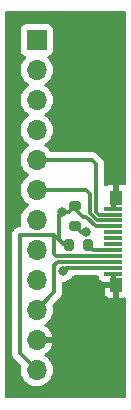
<source format=gbr>
%TF.GenerationSoftware,KiCad,Pcbnew,6.99.0-0efc1149af*%
%TF.CreationDate,2023-04-03T21:00:14+02:00*%
%TF.ProjectId,usbarmory-breakout,75736261-726d-46f7-9279-2d627265616b,rev?*%
%TF.SameCoordinates,Original*%
%TF.FileFunction,Copper,L1,Top*%
%TF.FilePolarity,Positive*%
%FSLAX46Y46*%
G04 Gerber Fmt 4.6, Leading zero omitted, Abs format (unit mm)*
G04 Created by KiCad (PCBNEW 6.99.0-0efc1149af) date 2023-04-03 21:00:14*
%MOMM*%
%LPD*%
G01*
G04 APERTURE LIST*
G04 Aperture macros list*
%AMRoundRect*
0 Rectangle with rounded corners*
0 $1 Rounding radius*
0 $2 $3 $4 $5 $6 $7 $8 $9 X,Y pos of 4 corners*
0 Add a 4 corners polygon primitive as box body*
4,1,4,$2,$3,$4,$5,$6,$7,$8,$9,$2,$3,0*
0 Add four circle primitives for the rounded corners*
1,1,$1+$1,$2,$3*
1,1,$1+$1,$4,$5*
1,1,$1+$1,$6,$7*
1,1,$1+$1,$8,$9*
0 Add four rect primitives between the rounded corners*
20,1,$1+$1,$2,$3,$4,$5,0*
20,1,$1+$1,$4,$5,$6,$7,0*
20,1,$1+$1,$6,$7,$8,$9,0*
20,1,$1+$1,$8,$9,$2,$3,0*%
G04 Aperture macros list end*
%TA.AperFunction,ComponentPad*%
%ADD10R,1.700000X1.700000*%
%TD*%
%TA.AperFunction,ComponentPad*%
%ADD11O,1.700000X1.700000*%
%TD*%
%TA.AperFunction,SMDPad,CuDef*%
%ADD12RoundRect,0.200000X-0.275000X0.200000X-0.275000X-0.200000X0.275000X-0.200000X0.275000X0.200000X0*%
%TD*%
%TA.AperFunction,SMDPad,CuDef*%
%ADD13RoundRect,0.200000X0.200000X0.275000X-0.200000X0.275000X-0.200000X-0.275000X0.200000X-0.275000X0*%
%TD*%
%TA.AperFunction,SMDPad,CuDef*%
%ADD14R,1.500000X0.350000*%
%TD*%
%TA.AperFunction,SMDPad,CuDef*%
%ADD15R,1.000000X1.180000*%
%TD*%
%TA.AperFunction,ViaPad*%
%ADD16C,0.800000*%
%TD*%
%TA.AperFunction,Conductor*%
%ADD17C,0.300000*%
%TD*%
G04 APERTURE END LIST*
D10*
%TO.P,J1,1,Pin_1*%
%TO.N,/SDCS*%
X190270999Y-64136999D03*
D11*
%TO.P,J1,2,Pin_2*%
%TO.N,N/C*%
X190270999Y-66676999D03*
%TO.P,J1,3,Pin_3*%
X190270999Y-69216999D03*
%TO.P,J1,4,Pin_4*%
%TO.N,/BLK*%
X190270999Y-71756999D03*
%TO.P,J1,5,Pin_5*%
%TO.N,N/C*%
X190270999Y-74296999D03*
%TO.P,J1,6,Pin_6*%
X190270999Y-76836999D03*
%TO.P,J1,7,Pin_7*%
X190270999Y-79376999D03*
%TO.P,J1,8,Pin_8*%
X190270999Y-81916999D03*
%TO.P,J1,9,Pin_9*%
X190270999Y-84456999D03*
%TO.P,J1,10,Pin_10*%
X190270999Y-86996999D03*
%TO.P,J1,11,Pin_11*%
%TO.N,GND*%
X190270999Y-89536999D03*
%TO.P,J1,12,Pin_12*%
%TO.N,USB_5V*%
X190270999Y-92076999D03*
%TD*%
D12*
%TO.P,R2,1*%
%TO.N,USB_5V*%
X193548000Y-78232000D03*
%TO.P,R2,2*%
%TO.N,Net-(U1-VCONN)*%
X193548000Y-79882000D03*
%TD*%
D13*
%TO.P,R1,1*%
%TO.N,Net-(U1-CC)*%
X194627000Y-81534000D03*
%TO.P,R1,2*%
%TO.N,USB_5V*%
X192977000Y-81534000D03*
%TD*%
D14*
%TO.P,U1,A1,GND*%
%TO.N,GND*%
X196772999Y-83914999D03*
%TO.P,U1,A2,TX1+*%
%TO.N,CS*%
X196772999Y-83414999D03*
%TO.P,U1,A3,TX1-*%
%TO.N,SCLK*%
X196772999Y-82914999D03*
%TO.P,U1,A4,VBUS*%
%TO.N,USB_5V*%
X196772999Y-82414999D03*
%TO.P,U1,A5,CC*%
%TO.N,Net-(U1-CC)*%
X196772999Y-81914999D03*
%TO.P,U1,A6,D+*%
%TO.N,unconnected-(U1-D+)*%
X196772999Y-81414999D03*
%TO.P,U1,A7,D-*%
%TO.N,unconnected-(U1-D-)*%
X196772999Y-80914999D03*
%TO.P,U1,A8,SBU1*%
%TO.N,unconnected-(U1-SBU1)*%
X196772999Y-80414999D03*
%TO.P,U1,A9,VBUS*%
%TO.N,USB_5V*%
X196772999Y-79914999D03*
%TO.P,U1,A10,RX2-*%
%TO.N,RES*%
X196772999Y-79414999D03*
%TO.P,U1,A11,RX2+*%
%TO.N,DC*%
X196772999Y-78914999D03*
%TO.P,U1,A12,GND*%
%TO.N,GND*%
X196772999Y-78414999D03*
D15*
%TO.P,U1,S,S*%
X197022999Y-84854999D03*
X197022999Y-77474999D03*
%TD*%
D16*
%TO.N,CS*%
X192492122Y-83701622D03*
%TO.N,USB_5V*%
X192405000Y-78740000D03*
%TO.N,Net-(U1-VCONN)*%
X194437000Y-80391000D03*
%TD*%
D17*
%TO.N,DC*%
X195326000Y-78695000D02*
X195326000Y-74676000D01*
X194943000Y-74297000D02*
X190271000Y-74297000D01*
X195326000Y-74676000D02*
X194945000Y-74295000D01*
X196596000Y-78915000D02*
X195546000Y-78915000D01*
X195546000Y-78915000D02*
X195326000Y-78695000D01*
X194945000Y-74295000D02*
X194943000Y-74297000D01*
%TO.N,RES*%
X194439000Y-76837000D02*
X190271000Y-76837000D01*
X195409604Y-79415000D02*
X194818000Y-78823396D01*
X194818000Y-78823396D02*
X194818000Y-77216000D01*
X194818000Y-77216000D02*
X194439000Y-76837000D01*
X196596000Y-79415000D02*
X195409604Y-79415000D01*
%TO.N,GND*%
X196846000Y-77475000D02*
X196846000Y-78165000D01*
X196846000Y-84165000D02*
X196596000Y-83915000D01*
X196846000Y-84855000D02*
X196846000Y-84165000D01*
X196846000Y-78165000D02*
X196596000Y-78415000D01*
%TO.N,CS*%
X196596000Y-83415000D02*
X192778744Y-83415000D01*
X192778744Y-83415000D02*
X192492122Y-83701622D01*
%TO.N,USB_5V*%
X194479208Y-79121000D02*
X194183000Y-79121000D01*
X193548000Y-78486000D02*
X194183000Y-79121000D01*
X192405000Y-78740000D02*
X193040000Y-78740000D01*
X193040000Y-78740000D02*
X193548000Y-78232000D01*
X196596000Y-79915000D02*
X195273208Y-79915000D01*
X196596000Y-82415000D02*
X195546000Y-82415000D01*
X195273208Y-79915000D02*
X194479208Y-79121000D01*
X188849000Y-90655000D02*
X190271000Y-92077000D01*
X193548000Y-78232000D02*
X193548000Y-78486000D01*
X195546000Y-82415000D02*
X195538000Y-82423000D01*
X192532000Y-81407000D02*
X191770000Y-80645000D01*
X192659000Y-81534000D02*
X192532000Y-81407000D01*
X192151000Y-79502000D02*
X192151000Y-78994000D01*
X192151000Y-79502000D02*
X192151000Y-81026000D01*
X191770000Y-82296000D02*
X191770000Y-80645000D01*
X192151000Y-81026000D02*
X192532000Y-81407000D01*
X192151000Y-78994000D02*
X192405000Y-78740000D01*
X191897000Y-82423000D02*
X191770000Y-82296000D01*
X191770000Y-80645000D02*
X188849000Y-80645000D01*
X195538000Y-82423000D02*
X191897000Y-82423000D01*
X192977000Y-81534000D02*
X192659000Y-81534000D01*
X188849000Y-80645000D02*
X188849000Y-90655000D01*
%TO.N,SCLK*%
X191770000Y-83185000D02*
X191770000Y-85471000D01*
X192040000Y-82915000D02*
X191770000Y-83185000D01*
X196596000Y-82915000D02*
X192040000Y-82915000D01*
X191516000Y-85725000D02*
X191516000Y-85752000D01*
X191516000Y-85752000D02*
X190271000Y-86997000D01*
X191770000Y-85471000D02*
X191516000Y-85725000D01*
%TO.N,Net-(U1-CC)*%
X195008000Y-81915000D02*
X194627000Y-81534000D01*
X196596000Y-81915000D02*
X195008000Y-81915000D01*
%TO.N,Net-(U1-VCONN)*%
X194057000Y-80391000D02*
X193548000Y-79882000D01*
X194437000Y-80391000D02*
X194057000Y-80391000D01*
%TD*%
%TA.AperFunction,Conductor*%
%TO.N,GND*%
G36*
X197807621Y-61742502D02*
G01*
X197854114Y-61796158D01*
X197865500Y-61848500D01*
X197865500Y-76289086D01*
X197845498Y-76357207D01*
X197791842Y-76403700D01*
X197721568Y-76413804D01*
X197695468Y-76407142D01*
X197639478Y-76386259D01*
X197624257Y-76382662D01*
X197574938Y-76377360D01*
X197568223Y-76377000D01*
X197295115Y-76377000D01*
X197279876Y-76381475D01*
X197278671Y-76382865D01*
X197277000Y-76390548D01*
X197277000Y-77603000D01*
X197256998Y-77671121D01*
X197203342Y-77717614D01*
X197151000Y-77729000D01*
X196966115Y-77729000D01*
X196930498Y-77739458D01*
X196926145Y-77739458D01*
X196946718Y-77784507D01*
X196948000Y-77802438D01*
X196948000Y-78105500D01*
X196927998Y-78173621D01*
X196874342Y-78220114D01*
X196822000Y-78231500D01*
X196724000Y-78231500D01*
X196655879Y-78211498D01*
X196609386Y-78157842D01*
X196598000Y-78105500D01*
X196598000Y-77818000D01*
X196618002Y-77749879D01*
X196671658Y-77703386D01*
X196724000Y-77692000D01*
X196750885Y-77692000D01*
X196786502Y-77681542D01*
X196790855Y-77681542D01*
X196770282Y-77636493D01*
X196769000Y-77618562D01*
X196769000Y-76395115D01*
X196764525Y-76379876D01*
X196763135Y-76378671D01*
X196755452Y-76377000D01*
X196477777Y-76377000D01*
X196471062Y-76377360D01*
X196421743Y-76382662D01*
X196406522Y-76386259D01*
X196285480Y-76431405D01*
X196269824Y-76439954D01*
X196186009Y-76502698D01*
X196119489Y-76527509D01*
X196050115Y-76512418D01*
X195999913Y-76462216D01*
X195984500Y-76401830D01*
X195984500Y-74758056D01*
X195985059Y-74746200D01*
X195985059Y-74746197D01*
X195986788Y-74738463D01*
X195984562Y-74667631D01*
X195984500Y-74663673D01*
X195984500Y-74634568D01*
X195983944Y-74630168D01*
X195983012Y-74618330D01*
X195981811Y-74580094D01*
X195981562Y-74572169D01*
X195975580Y-74551579D01*
X195971570Y-74532216D01*
X195969875Y-74518796D01*
X195969875Y-74518795D01*
X195968882Y-74510936D01*
X195965966Y-74503571D01*
X195965965Y-74503567D01*
X195951874Y-74467979D01*
X195948035Y-74456769D01*
X195935145Y-74412400D01*
X195924229Y-74393943D01*
X195915534Y-74376193D01*
X195907635Y-74356244D01*
X195880477Y-74318864D01*
X195873960Y-74308943D01*
X195863828Y-74291811D01*
X195850452Y-74269193D01*
X195835291Y-74254032D01*
X195822449Y-74238997D01*
X195809841Y-74221643D01*
X195774248Y-74192198D01*
X195765467Y-74184208D01*
X195463066Y-73881806D01*
X195447950Y-73863534D01*
X195447331Y-73862624D01*
X195442874Y-73856065D01*
X195398968Y-73817357D01*
X195393198Y-73811938D01*
X195381333Y-73800073D01*
X195378193Y-73797637D01*
X195368065Y-73789780D01*
X195361971Y-73784739D01*
X195324021Y-73751283D01*
X195318073Y-73746039D01*
X195311009Y-73742440D01*
X195311006Y-73742438D01*
X195310032Y-73741942D01*
X195290008Y-73729235D01*
X195289133Y-73728556D01*
X195282868Y-73723696D01*
X195229123Y-73700438D01*
X195221981Y-73697078D01*
X195169831Y-73670506D01*
X195161020Y-73668537D01*
X195138471Y-73661210D01*
X195130176Y-73657620D01*
X195122350Y-73656381D01*
X195122348Y-73656380D01*
X195072347Y-73648461D01*
X195064581Y-73646980D01*
X195007463Y-73634212D01*
X194999540Y-73634461D01*
X194999539Y-73634461D01*
X194999343Y-73634467D01*
X194998438Y-73634496D01*
X194974763Y-73633006D01*
X194973677Y-73632834D01*
X194965848Y-73631594D01*
X194957956Y-73632340D01*
X194907574Y-73637102D01*
X194899677Y-73637599D01*
X194878043Y-73638279D01*
X194872988Y-73638438D01*
X194869032Y-73638500D01*
X191531704Y-73638500D01*
X191463583Y-73618498D01*
X191426221Y-73581415D01*
X191349573Y-73464095D01*
X191349570Y-73464091D01*
X191346722Y-73459732D01*
X191343197Y-73455903D01*
X191343194Y-73455899D01*
X191197772Y-73297931D01*
X191194240Y-73294094D01*
X191016576Y-73155811D01*
X190983320Y-73137814D01*
X190932929Y-73087801D01*
X190917577Y-73018484D01*
X190942137Y-72951871D01*
X190983320Y-72916186D01*
X191011995Y-72900668D01*
X191016576Y-72898189D01*
X191194240Y-72759906D01*
X191241640Y-72708417D01*
X191343194Y-72598101D01*
X191343197Y-72598097D01*
X191346722Y-72594268D01*
X191469860Y-72405791D01*
X191560296Y-72199616D01*
X191615564Y-71981368D01*
X191634156Y-71757000D01*
X191615564Y-71532632D01*
X191560296Y-71314384D01*
X191469860Y-71108209D01*
X191346722Y-70919732D01*
X191343197Y-70915903D01*
X191343194Y-70915899D01*
X191197772Y-70757931D01*
X191194240Y-70754094D01*
X191016576Y-70615811D01*
X190983320Y-70597814D01*
X190932929Y-70547801D01*
X190917577Y-70478484D01*
X190942137Y-70411871D01*
X190983320Y-70376186D01*
X191011995Y-70360668D01*
X191016576Y-70358189D01*
X191194240Y-70219906D01*
X191241640Y-70168417D01*
X191343194Y-70058101D01*
X191343197Y-70058097D01*
X191346722Y-70054268D01*
X191469860Y-69865791D01*
X191560296Y-69659616D01*
X191615564Y-69441368D01*
X191634156Y-69217000D01*
X191615564Y-68992632D01*
X191560296Y-68774384D01*
X191469860Y-68568209D01*
X191346722Y-68379732D01*
X191343197Y-68375903D01*
X191343194Y-68375899D01*
X191197772Y-68217931D01*
X191194240Y-68214094D01*
X191016576Y-68075811D01*
X190983320Y-68057814D01*
X190932929Y-68007801D01*
X190917577Y-67938484D01*
X190942137Y-67871871D01*
X190983320Y-67836186D01*
X191011995Y-67820668D01*
X191016576Y-67818189D01*
X191194240Y-67679906D01*
X191241640Y-67628417D01*
X191343194Y-67518101D01*
X191343197Y-67518097D01*
X191346722Y-67514268D01*
X191469860Y-67325791D01*
X191560296Y-67119616D01*
X191615564Y-66901368D01*
X191634156Y-66677000D01*
X191615564Y-66452632D01*
X191560296Y-66234384D01*
X191469860Y-66028209D01*
X191346722Y-65839732D01*
X191343197Y-65835903D01*
X191343194Y-65835899D01*
X191203525Y-65684180D01*
X191172104Y-65620515D01*
X191180091Y-65549969D01*
X191224949Y-65494940D01*
X191252191Y-65480787D01*
X191367204Y-65437889D01*
X191484261Y-65350261D01*
X191571889Y-65233204D01*
X191622989Y-65096201D01*
X191629500Y-65035638D01*
X191629500Y-63238362D01*
X191622989Y-63177799D01*
X191571889Y-63040796D01*
X191484261Y-62923739D01*
X191367204Y-62836111D01*
X191230201Y-62785011D01*
X191193295Y-62781043D01*
X191172988Y-62778860D01*
X191172985Y-62778860D01*
X191169638Y-62778500D01*
X189372362Y-62778500D01*
X189369015Y-62778860D01*
X189369012Y-62778860D01*
X189348705Y-62781043D01*
X189311799Y-62785011D01*
X189174796Y-62836111D01*
X189057739Y-62923739D01*
X188970111Y-63040796D01*
X188919011Y-63177799D01*
X188912500Y-63238362D01*
X188912500Y-65035638D01*
X188919011Y-65096201D01*
X188970111Y-65233204D01*
X189057739Y-65350261D01*
X189174796Y-65437889D01*
X189289808Y-65480787D01*
X189346642Y-65523333D01*
X189371453Y-65589853D01*
X189356361Y-65659227D01*
X189338475Y-65684180D01*
X189198806Y-65835899D01*
X189198803Y-65835903D01*
X189195278Y-65839732D01*
X189072140Y-66028209D01*
X188981704Y-66234384D01*
X188926436Y-66452632D01*
X188907844Y-66677000D01*
X188926436Y-66901368D01*
X188981704Y-67119616D01*
X189072140Y-67325791D01*
X189195278Y-67514268D01*
X189198803Y-67518097D01*
X189198806Y-67518101D01*
X189300360Y-67628417D01*
X189347760Y-67679906D01*
X189525424Y-67818189D01*
X189530005Y-67820668D01*
X189558680Y-67836186D01*
X189609071Y-67886199D01*
X189624423Y-67955516D01*
X189599863Y-68022129D01*
X189558681Y-68057813D01*
X189525424Y-68075811D01*
X189347760Y-68214094D01*
X189344228Y-68217931D01*
X189198806Y-68375899D01*
X189198803Y-68375903D01*
X189195278Y-68379732D01*
X189072140Y-68568209D01*
X188981704Y-68774384D01*
X188926436Y-68992632D01*
X188907844Y-69217000D01*
X188926436Y-69441368D01*
X188981704Y-69659616D01*
X189072140Y-69865791D01*
X189195278Y-70054268D01*
X189198803Y-70058097D01*
X189198806Y-70058101D01*
X189300360Y-70168417D01*
X189347760Y-70219906D01*
X189525424Y-70358189D01*
X189530005Y-70360668D01*
X189558680Y-70376186D01*
X189609071Y-70426199D01*
X189624423Y-70495516D01*
X189599863Y-70562129D01*
X189558681Y-70597813D01*
X189525424Y-70615811D01*
X189347760Y-70754094D01*
X189344228Y-70757931D01*
X189198806Y-70915899D01*
X189198803Y-70915903D01*
X189195278Y-70919732D01*
X189072140Y-71108209D01*
X188981704Y-71314384D01*
X188926436Y-71532632D01*
X188907844Y-71757000D01*
X188926436Y-71981368D01*
X188981704Y-72199616D01*
X189072140Y-72405791D01*
X189195278Y-72594268D01*
X189198803Y-72598097D01*
X189198806Y-72598101D01*
X189300360Y-72708417D01*
X189347760Y-72759906D01*
X189525424Y-72898189D01*
X189530005Y-72900668D01*
X189558680Y-72916186D01*
X189609071Y-72966199D01*
X189624423Y-73035516D01*
X189599863Y-73102129D01*
X189558681Y-73137813D01*
X189525424Y-73155811D01*
X189347760Y-73294094D01*
X189344228Y-73297931D01*
X189198806Y-73455899D01*
X189198803Y-73455903D01*
X189195278Y-73459732D01*
X189192428Y-73464095D01*
X189192427Y-73464096D01*
X189078524Y-73638438D01*
X189072140Y-73648209D01*
X189070048Y-73652978D01*
X189070046Y-73652982D01*
X189036897Y-73728556D01*
X188981704Y-73854384D01*
X188980422Y-73859445D01*
X188980422Y-73859446D01*
X188974760Y-73881806D01*
X188926436Y-74072632D01*
X188907844Y-74297000D01*
X188908274Y-74302189D01*
X188925572Y-74510936D01*
X188926436Y-74521368D01*
X188927717Y-74526426D01*
X188927717Y-74526427D01*
X188962473Y-74663673D01*
X188981704Y-74739616D01*
X189072140Y-74945791D01*
X189074990Y-74950153D01*
X189074992Y-74950157D01*
X189126606Y-75029158D01*
X189195278Y-75134268D01*
X189198803Y-75138097D01*
X189198806Y-75138101D01*
X189300360Y-75248417D01*
X189347760Y-75299906D01*
X189525424Y-75438189D01*
X189530005Y-75440668D01*
X189558680Y-75456186D01*
X189609071Y-75506199D01*
X189624423Y-75575516D01*
X189599863Y-75642129D01*
X189558681Y-75677813D01*
X189525424Y-75695811D01*
X189347760Y-75834094D01*
X189344228Y-75837931D01*
X189198806Y-75995899D01*
X189198803Y-75995903D01*
X189195278Y-75999732D01*
X189192428Y-76004095D01*
X189192427Y-76004096D01*
X189079497Y-76176949D01*
X189072140Y-76188209D01*
X189070048Y-76192978D01*
X189070046Y-76192982D01*
X189060033Y-76215810D01*
X188981704Y-76394384D01*
X188980422Y-76399445D01*
X188980422Y-76399446D01*
X188954275Y-76502698D01*
X188926436Y-76612632D01*
X188907844Y-76837000D01*
X188926436Y-77061368D01*
X188981704Y-77279616D01*
X189072140Y-77485791D01*
X189074990Y-77490153D01*
X189074992Y-77490157D01*
X189164448Y-77627079D01*
X189195278Y-77674268D01*
X189198803Y-77678097D01*
X189198806Y-77678101D01*
X189296761Y-77784507D01*
X189347760Y-77839906D01*
X189351879Y-77843112D01*
X189487771Y-77948882D01*
X189525424Y-77978189D01*
X189530005Y-77980668D01*
X189558680Y-77996186D01*
X189609071Y-78046199D01*
X189624423Y-78115516D01*
X189599863Y-78182129D01*
X189558681Y-78217813D01*
X189525424Y-78235811D01*
X189347760Y-78374094D01*
X189344228Y-78377931D01*
X189198806Y-78535899D01*
X189198803Y-78535903D01*
X189195278Y-78539732D01*
X189072140Y-78728209D01*
X188981704Y-78934384D01*
X188926436Y-79152632D01*
X188926006Y-79157823D01*
X188926005Y-79157828D01*
X188909024Y-79362763D01*
X188907844Y-79377000D01*
X188926436Y-79601368D01*
X188981386Y-79818359D01*
X188981704Y-79819616D01*
X188981445Y-79819681D01*
X188984533Y-79888136D01*
X188948880Y-79949531D01*
X188885693Y-79981904D01*
X188870073Y-79983872D01*
X188841609Y-79985663D01*
X188832263Y-79986251D01*
X188824353Y-79986500D01*
X188807568Y-79986500D01*
X188791249Y-79988561D01*
X188790910Y-79988604D01*
X188783034Y-79989348D01*
X188732539Y-79992525D01*
X188732537Y-79992525D01*
X188724629Y-79993023D01*
X188716049Y-79995811D01*
X188692895Y-80000986D01*
X188691797Y-80001125D01*
X188683936Y-80002118D01*
X188676571Y-80005034D01*
X188676567Y-80005035D01*
X188629494Y-80023673D01*
X188622046Y-80026354D01*
X188566396Y-80044436D01*
X188559702Y-80048684D01*
X188559696Y-80048687D01*
X188558768Y-80049276D01*
X188537645Y-80060039D01*
X188529244Y-80063365D01*
X188486469Y-80094443D01*
X188481884Y-80097774D01*
X188475337Y-80102223D01*
X188425920Y-80133584D01*
X188420492Y-80139364D01*
X188420491Y-80139365D01*
X188419732Y-80140173D01*
X188401951Y-80155849D01*
X188394643Y-80161159D01*
X188389589Y-80167268D01*
X188389588Y-80167269D01*
X188357335Y-80206255D01*
X188352104Y-80212189D01*
X188322863Y-80243328D01*
X188312028Y-80254867D01*
X188308212Y-80261809D01*
X188308208Y-80261814D01*
X188307675Y-80262784D01*
X188294348Y-80282395D01*
X188288591Y-80289354D01*
X188285216Y-80296527D01*
X188263669Y-80342315D01*
X188260076Y-80349367D01*
X188231876Y-80400663D01*
X188229905Y-80408341D01*
X188229904Y-80408343D01*
X188229631Y-80409408D01*
X188221597Y-80431722D01*
X188217751Y-80439895D01*
X188216266Y-80447682D01*
X188216265Y-80447684D01*
X188206782Y-80497399D01*
X188205056Y-80505120D01*
X188190500Y-80561812D01*
X188190500Y-80570845D01*
X188188268Y-80594454D01*
X188186576Y-80603324D01*
X188187074Y-80611235D01*
X188190251Y-80661735D01*
X188190500Y-80669647D01*
X188190500Y-90572944D01*
X188189941Y-90584800D01*
X188188212Y-90592537D01*
X188188461Y-90600459D01*
X188190438Y-90663369D01*
X188190500Y-90667327D01*
X188190500Y-90696432D01*
X188191056Y-90700832D01*
X188191988Y-90712664D01*
X188193438Y-90758831D01*
X188195650Y-90766444D01*
X188195650Y-90766445D01*
X188199419Y-90779416D01*
X188203430Y-90798782D01*
X188206118Y-90820064D01*
X188209034Y-90827429D01*
X188209035Y-90827433D01*
X188223126Y-90863021D01*
X188226965Y-90874231D01*
X188239855Y-90918600D01*
X188250775Y-90937065D01*
X188259466Y-90954805D01*
X188267365Y-90974756D01*
X188294516Y-91012126D01*
X188301033Y-91022048D01*
X188320507Y-91054977D01*
X188320510Y-91054981D01*
X188324547Y-91061807D01*
X188339711Y-91076971D01*
X188352551Y-91092004D01*
X188365159Y-91109357D01*
X188400752Y-91138802D01*
X188409532Y-91146792D01*
X188913988Y-91651248D01*
X188948014Y-91713560D01*
X188947038Y-91771273D01*
X188927715Y-91847579D01*
X188927714Y-91847586D01*
X188926436Y-91852632D01*
X188907844Y-92077000D01*
X188926436Y-92301368D01*
X188981704Y-92519616D01*
X189072140Y-92725791D01*
X189195278Y-92914268D01*
X189198803Y-92918097D01*
X189198806Y-92918101D01*
X189300360Y-93028417D01*
X189347760Y-93079906D01*
X189525424Y-93218189D01*
X189723426Y-93325342D01*
X189936365Y-93398444D01*
X189941499Y-93399301D01*
X189941504Y-93399302D01*
X190153294Y-93434643D01*
X190153296Y-93434643D01*
X190158431Y-93435500D01*
X190383569Y-93435500D01*
X190388704Y-93434643D01*
X190388706Y-93434643D01*
X190600496Y-93399302D01*
X190600501Y-93399301D01*
X190605635Y-93398444D01*
X190818574Y-93325342D01*
X191016576Y-93218189D01*
X191194240Y-93079906D01*
X191241640Y-93028417D01*
X191343194Y-92918101D01*
X191343197Y-92918097D01*
X191346722Y-92914268D01*
X191469860Y-92725791D01*
X191560296Y-92519616D01*
X191615564Y-92301368D01*
X191634156Y-92077000D01*
X191615564Y-91852632D01*
X191560296Y-91634384D01*
X191469860Y-91428209D01*
X191346722Y-91239732D01*
X191343197Y-91235903D01*
X191343194Y-91235899D01*
X191197772Y-91077931D01*
X191194240Y-91074094D01*
X191120802Y-91016934D01*
X191020689Y-90939012D01*
X191020687Y-90939010D01*
X191016576Y-90935811D01*
X190982792Y-90917528D01*
X190932403Y-90867515D01*
X190917051Y-90798198D01*
X190941612Y-90731585D01*
X190982794Y-90695901D01*
X191011719Y-90680248D01*
X191020411Y-90674569D01*
X191189789Y-90542737D01*
X191197432Y-90535700D01*
X191342790Y-90377799D01*
X191349177Y-90369593D01*
X191466569Y-90189913D01*
X191471512Y-90180778D01*
X191557730Y-89984223D01*
X191561100Y-89974408D01*
X191603097Y-89808561D01*
X191602567Y-89794470D01*
X191594145Y-89791000D01*
X190143000Y-89791000D01*
X190074879Y-89770998D01*
X190028386Y-89717342D01*
X190017000Y-89665000D01*
X190017000Y-89409000D01*
X190037002Y-89340879D01*
X190090658Y-89294386D01*
X190143000Y-89283000D01*
X191589429Y-89283000D01*
X191602960Y-89279027D01*
X191604256Y-89270014D01*
X191561100Y-89099592D01*
X191557730Y-89089777D01*
X191471512Y-88893222D01*
X191466569Y-88884087D01*
X191349177Y-88704407D01*
X191342790Y-88696201D01*
X191197432Y-88538300D01*
X191189789Y-88531263D01*
X191020411Y-88399431D01*
X191011719Y-88393752D01*
X190982794Y-88378099D01*
X190932403Y-88328086D01*
X190917051Y-88258769D01*
X190941612Y-88192156D01*
X190982792Y-88156472D01*
X191016576Y-88138189D01*
X191194240Y-87999906D01*
X191241640Y-87948417D01*
X191343194Y-87838101D01*
X191343197Y-87838097D01*
X191346722Y-87834268D01*
X191469860Y-87645791D01*
X191560296Y-87439616D01*
X191615564Y-87221368D01*
X191634156Y-86997000D01*
X191615564Y-86772632D01*
X191614286Y-86767586D01*
X191614285Y-86767579D01*
X191594962Y-86691273D01*
X191597630Y-86620327D01*
X191628012Y-86571248D01*
X191923605Y-86275655D01*
X191932385Y-86267665D01*
X191932387Y-86267663D01*
X191939080Y-86263416D01*
X191987605Y-86211742D01*
X191990359Y-86208901D01*
X192010927Y-86188333D01*
X192013647Y-86184826D01*
X192021353Y-86175804D01*
X192047544Y-86147913D01*
X192052972Y-86142133D01*
X192056794Y-86135181D01*
X192063303Y-86123342D01*
X192074157Y-86106818D01*
X192082443Y-86096136D01*
X192082446Y-86096130D01*
X192087304Y-86089868D01*
X192087714Y-86088920D01*
X192102846Y-86069414D01*
X192177601Y-85994659D01*
X192186379Y-85986671D01*
X192186389Y-85986662D01*
X192193080Y-85982416D01*
X192241620Y-85930726D01*
X192244374Y-85927885D01*
X192264926Y-85907333D01*
X192267638Y-85903837D01*
X192275349Y-85894808D01*
X192301544Y-85866913D01*
X192306972Y-85861133D01*
X192317301Y-85842345D01*
X192328158Y-85825816D01*
X192336444Y-85815134D01*
X192341304Y-85808869D01*
X192359659Y-85766455D01*
X192364873Y-85755812D01*
X192383304Y-85722286D01*
X192383304Y-85722285D01*
X192387124Y-85715337D01*
X192389095Y-85707660D01*
X192389097Y-85707655D01*
X192392455Y-85694574D01*
X192398861Y-85675862D01*
X192404233Y-85663448D01*
X192407380Y-85656177D01*
X192414608Y-85610541D01*
X192417012Y-85598930D01*
X192428500Y-85554188D01*
X192428500Y-85532742D01*
X192430051Y-85513032D01*
X192432166Y-85499678D01*
X192433406Y-85491849D01*
X192433252Y-85490223D01*
X196015000Y-85490223D01*
X196015360Y-85496938D01*
X196020662Y-85546257D01*
X196024259Y-85561478D01*
X196069405Y-85682520D01*
X196077954Y-85698176D01*
X196154698Y-85800693D01*
X196167307Y-85813302D01*
X196269824Y-85890046D01*
X196285480Y-85898595D01*
X196406522Y-85943741D01*
X196421743Y-85947338D01*
X196471062Y-85952640D01*
X196477777Y-85953000D01*
X196750885Y-85953000D01*
X196766124Y-85948525D01*
X196767329Y-85947135D01*
X196769000Y-85939452D01*
X196769000Y-85127115D01*
X196764525Y-85111876D01*
X196763135Y-85110671D01*
X196755452Y-85109000D01*
X196033115Y-85109000D01*
X196017876Y-85113475D01*
X196016671Y-85114865D01*
X196015000Y-85122548D01*
X196015000Y-85490223D01*
X192433252Y-85490223D01*
X192429059Y-85445860D01*
X192428500Y-85434005D01*
X192428500Y-84736122D01*
X192448502Y-84668001D01*
X192502158Y-84621508D01*
X192554500Y-84610122D01*
X192587609Y-84610122D01*
X192594061Y-84608750D01*
X192594066Y-84608750D01*
X192694262Y-84587452D01*
X192774410Y-84570416D01*
X192780441Y-84567731D01*
X192942844Y-84495425D01*
X192942846Y-84495424D01*
X192948874Y-84492740D01*
X193103375Y-84380488D01*
X193231162Y-84238566D01*
X193278613Y-84156379D01*
X193290090Y-84136500D01*
X193341473Y-84087507D01*
X193399209Y-84073500D01*
X195394823Y-84073500D01*
X195462944Y-84093502D01*
X195509437Y-84147158D01*
X195520101Y-84186035D01*
X195520662Y-84191256D01*
X195524259Y-84206478D01*
X195569405Y-84327520D01*
X195577954Y-84343176D01*
X195654698Y-84445693D01*
X195667307Y-84458302D01*
X195769824Y-84535046D01*
X195785480Y-84543595D01*
X195906522Y-84588741D01*
X195921743Y-84592338D01*
X195971062Y-84597640D01*
X195977777Y-84598000D01*
X196001209Y-84598000D01*
X196027992Y-84600879D01*
X196028548Y-84601000D01*
X196579885Y-84601000D01*
X196595124Y-84596525D01*
X196596329Y-84595135D01*
X196598000Y-84587452D01*
X196598000Y-84224500D01*
X196618002Y-84156379D01*
X196671658Y-84109886D01*
X196724000Y-84098500D01*
X196822000Y-84098500D01*
X196890121Y-84118502D01*
X196936614Y-84172158D01*
X196948000Y-84224500D01*
X196948000Y-84582885D01*
X196952475Y-84598124D01*
X196953865Y-84599329D01*
X196961548Y-84601000D01*
X197151000Y-84601000D01*
X197219121Y-84621002D01*
X197265614Y-84674658D01*
X197277000Y-84727000D01*
X197277000Y-85934885D01*
X197281475Y-85950124D01*
X197282865Y-85951329D01*
X197290548Y-85953000D01*
X197568223Y-85953000D01*
X197574938Y-85952640D01*
X197624257Y-85947338D01*
X197639478Y-85943741D01*
X197695468Y-85922858D01*
X197766284Y-85917794D01*
X197828596Y-85951819D01*
X197862621Y-86014131D01*
X197865500Y-86040914D01*
X197865500Y-94361500D01*
X197845498Y-94429621D01*
X197791842Y-94476114D01*
X197739500Y-94487500D01*
X187705500Y-94487500D01*
X187637379Y-94467498D01*
X187590886Y-94413842D01*
X187579500Y-94361500D01*
X187579500Y-61848500D01*
X187599502Y-61780379D01*
X187653158Y-61733886D01*
X187705500Y-61722500D01*
X197739500Y-61722500D01*
X197807621Y-61742502D01*
G37*
%TD.AperFunction*%
%TD*%
M02*

</source>
